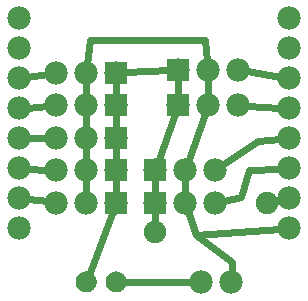
<source format=gbl>
G04 MADE WITH FRITZING*
G04 WWW.FRITZING.ORG*
G04 DOUBLE SIDED*
G04 HOLES PLATED*
G04 CONTOUR ON CENTER OF CONTOUR VECTOR*
%ASAXBY*%
%FSLAX23Y23*%
%MOIN*%
%OFA0B0*%
%SFA1.0B1.0*%
%ADD10C,0.077778*%
%ADD11C,0.078000*%
%ADD12C,0.070000*%
%ADD13C,0.075000*%
%ADD14R,0.078000X0.078000*%
%ADD15C,0.024000*%
%ADD16R,0.001000X0.001000*%
%LNCOPPER0*%
G90*
G70*
G54D10*
X55Y1070D03*
X55Y970D03*
X55Y870D03*
X55Y770D03*
X55Y670D03*
X55Y570D03*
X55Y470D03*
X55Y370D03*
X955Y370D03*
X955Y470D03*
X955Y570D03*
X955Y670D03*
X955Y770D03*
X955Y870D03*
X955Y970D03*
X955Y1070D03*
G54D11*
X379Y673D03*
X279Y673D03*
X179Y673D03*
X379Y565D03*
X279Y565D03*
X179Y565D03*
X507Y456D03*
X607Y456D03*
X707Y456D03*
X379Y889D03*
X279Y889D03*
X179Y889D03*
X379Y781D03*
X279Y781D03*
X179Y781D03*
X586Y781D03*
X686Y781D03*
X786Y781D03*
X586Y899D03*
X686Y899D03*
X786Y899D03*
X507Y565D03*
X607Y565D03*
X707Y565D03*
X379Y456D03*
X279Y456D03*
X179Y456D03*
G54D12*
X379Y191D03*
X279Y191D03*
G54D11*
X763Y191D03*
X663Y191D03*
G54D13*
X507Y358D03*
X881Y456D03*
G54D14*
X379Y673D03*
X379Y565D03*
X507Y456D03*
X379Y889D03*
X379Y781D03*
X586Y781D03*
X586Y899D03*
X507Y565D03*
X379Y456D03*
G54D15*
X645Y349D02*
X764Y259D01*
D02*
X764Y259D02*
X764Y221D01*
D02*
X926Y368D02*
X645Y349D01*
D02*
X645Y349D02*
X617Y428D01*
D02*
X607Y486D02*
X607Y535D01*
D02*
X618Y593D02*
X676Y753D01*
D02*
X686Y811D02*
X686Y869D01*
D02*
X150Y885D02*
X83Y874D01*
D02*
X149Y778D02*
X84Y772D01*
D02*
X149Y672D02*
X84Y671D01*
D02*
X149Y566D02*
X84Y569D01*
D02*
X150Y460D02*
X84Y467D01*
D02*
X279Y811D02*
X279Y859D01*
D02*
X279Y751D02*
X279Y703D01*
D02*
X279Y643D02*
X279Y595D01*
D02*
X279Y535D02*
X279Y486D01*
D02*
X674Y998D02*
X683Y929D01*
D02*
X292Y998D02*
X674Y998D01*
D02*
X283Y919D02*
X292Y998D01*
D02*
X816Y894D02*
X926Y875D01*
D02*
X816Y779D02*
X926Y772D01*
D02*
X852Y663D02*
X732Y582D01*
D02*
X926Y668D02*
X852Y663D01*
D02*
X794Y476D02*
X737Y463D01*
D02*
X823Y564D02*
X794Y476D01*
D02*
X926Y568D02*
X823Y564D01*
D02*
X633Y191D02*
X406Y191D01*
D02*
X369Y428D02*
X289Y215D01*
D02*
X379Y486D02*
X379Y535D01*
D02*
X379Y595D02*
X379Y643D01*
D02*
X379Y703D02*
X379Y751D01*
D02*
X379Y811D02*
X379Y859D01*
D02*
X586Y811D02*
X586Y869D01*
D02*
X507Y486D02*
X507Y535D01*
D02*
X556Y898D02*
X410Y891D01*
D02*
X518Y593D02*
X576Y753D01*
D02*
X926Y465D02*
X910Y462D01*
D02*
X507Y426D02*
X507Y387D01*
G54D16*
X277Y226D02*
X281Y226D01*
X377Y226D02*
X381Y226D01*
X271Y225D02*
X287Y225D01*
X371Y225D02*
X386Y225D01*
X268Y224D02*
X290Y224D01*
X368Y224D02*
X390Y224D01*
X265Y223D02*
X292Y223D01*
X365Y223D02*
X392Y223D01*
X263Y222D02*
X294Y222D01*
X363Y222D02*
X394Y222D01*
X261Y221D02*
X296Y221D01*
X361Y221D02*
X396Y221D01*
X260Y220D02*
X298Y220D01*
X360Y220D02*
X398Y220D01*
X258Y219D02*
X299Y219D01*
X358Y219D02*
X399Y219D01*
X257Y218D02*
X301Y218D01*
X357Y218D02*
X401Y218D01*
X256Y217D02*
X302Y217D01*
X356Y217D02*
X402Y217D01*
X255Y216D02*
X303Y216D01*
X355Y216D02*
X403Y216D01*
X254Y215D02*
X304Y215D01*
X354Y215D02*
X404Y215D01*
X253Y214D02*
X305Y214D01*
X353Y214D02*
X405Y214D01*
X252Y213D02*
X306Y213D01*
X352Y213D02*
X406Y213D01*
X251Y212D02*
X306Y212D01*
X351Y212D02*
X406Y212D01*
X251Y211D02*
X307Y211D01*
X351Y211D02*
X407Y211D01*
X250Y210D02*
X308Y210D01*
X350Y210D02*
X408Y210D01*
X250Y209D02*
X308Y209D01*
X349Y209D02*
X408Y209D01*
X249Y208D02*
X309Y208D01*
X349Y208D02*
X409Y208D01*
X248Y207D02*
X309Y207D01*
X348Y207D02*
X409Y207D01*
X248Y206D02*
X277Y206D01*
X281Y206D02*
X310Y206D01*
X348Y206D02*
X377Y206D01*
X381Y206D02*
X410Y206D01*
X247Y205D02*
X272Y205D01*
X285Y205D02*
X310Y205D01*
X347Y205D02*
X372Y205D01*
X385Y205D02*
X410Y205D01*
X247Y204D02*
X271Y204D01*
X287Y204D02*
X311Y204D01*
X347Y204D02*
X370Y204D01*
X387Y204D02*
X411Y204D01*
X247Y203D02*
X269Y203D01*
X289Y203D02*
X311Y203D01*
X347Y203D02*
X369Y203D01*
X388Y203D02*
X411Y203D01*
X246Y202D02*
X268Y202D01*
X290Y202D02*
X311Y202D01*
X346Y202D02*
X368Y202D01*
X390Y202D02*
X411Y202D01*
X246Y201D02*
X267Y201D01*
X291Y201D02*
X312Y201D01*
X346Y201D02*
X367Y201D01*
X391Y201D02*
X412Y201D01*
X246Y200D02*
X266Y200D01*
X291Y200D02*
X312Y200D01*
X346Y200D02*
X366Y200D01*
X391Y200D02*
X412Y200D01*
X245Y199D02*
X266Y199D01*
X292Y199D02*
X312Y199D01*
X345Y199D02*
X365Y199D01*
X392Y199D02*
X412Y199D01*
X245Y198D02*
X265Y198D01*
X293Y198D02*
X313Y198D01*
X345Y198D02*
X365Y198D01*
X393Y198D02*
X413Y198D01*
X245Y197D02*
X264Y197D01*
X293Y197D02*
X313Y197D01*
X345Y197D02*
X364Y197D01*
X393Y197D02*
X413Y197D01*
X245Y196D02*
X264Y196D01*
X294Y196D02*
X313Y196D01*
X345Y196D02*
X364Y196D01*
X394Y196D02*
X413Y196D01*
X245Y195D02*
X264Y195D01*
X294Y195D02*
X313Y195D01*
X345Y195D02*
X364Y195D01*
X394Y195D02*
X413Y195D01*
X245Y194D02*
X264Y194D01*
X294Y194D02*
X313Y194D01*
X345Y194D02*
X364Y194D01*
X394Y194D02*
X413Y194D01*
X244Y193D02*
X264Y193D01*
X294Y193D02*
X313Y193D01*
X344Y193D02*
X363Y193D01*
X394Y193D02*
X413Y193D01*
X244Y192D02*
X263Y192D01*
X294Y192D02*
X313Y192D01*
X344Y192D02*
X363Y192D01*
X394Y192D02*
X413Y192D01*
X244Y191D02*
X263Y191D01*
X294Y191D02*
X313Y191D01*
X344Y191D02*
X363Y191D01*
X394Y191D02*
X413Y191D01*
X244Y190D02*
X263Y190D01*
X294Y190D02*
X313Y190D01*
X344Y190D02*
X363Y190D01*
X394Y190D02*
X413Y190D01*
X245Y189D02*
X264Y189D01*
X294Y189D02*
X313Y189D01*
X344Y189D02*
X363Y189D01*
X394Y189D02*
X413Y189D01*
X245Y188D02*
X264Y188D01*
X294Y188D02*
X313Y188D01*
X345Y188D02*
X364Y188D01*
X394Y188D02*
X413Y188D01*
X245Y187D02*
X264Y187D01*
X294Y187D02*
X313Y187D01*
X345Y187D02*
X364Y187D01*
X394Y187D02*
X413Y187D01*
X245Y186D02*
X264Y186D01*
X294Y186D02*
X313Y186D01*
X345Y186D02*
X364Y186D01*
X394Y186D02*
X413Y186D01*
X245Y185D02*
X265Y185D01*
X293Y185D02*
X313Y185D01*
X345Y185D02*
X364Y185D01*
X393Y185D02*
X413Y185D01*
X245Y184D02*
X265Y184D01*
X293Y184D02*
X313Y184D01*
X345Y184D02*
X365Y184D01*
X393Y184D02*
X412Y184D01*
X246Y183D02*
X266Y183D01*
X292Y183D02*
X312Y183D01*
X345Y183D02*
X366Y183D01*
X392Y183D02*
X412Y183D01*
X246Y182D02*
X266Y182D01*
X291Y182D02*
X312Y182D01*
X346Y182D02*
X366Y182D01*
X391Y182D02*
X412Y182D01*
X246Y181D02*
X267Y181D01*
X290Y181D02*
X312Y181D01*
X346Y181D02*
X367Y181D01*
X390Y181D02*
X412Y181D01*
X246Y180D02*
X268Y180D01*
X289Y180D02*
X311Y180D01*
X346Y180D02*
X368Y180D01*
X389Y180D02*
X411Y180D01*
X247Y179D02*
X270Y179D01*
X288Y179D02*
X311Y179D01*
X347Y179D02*
X369Y179D01*
X388Y179D02*
X411Y179D01*
X247Y178D02*
X271Y178D01*
X287Y178D02*
X311Y178D01*
X347Y178D02*
X371Y178D01*
X387Y178D02*
X411Y178D01*
X248Y177D02*
X273Y177D01*
X285Y177D02*
X310Y177D01*
X348Y177D02*
X373Y177D01*
X385Y177D02*
X410Y177D01*
X248Y176D02*
X310Y176D01*
X348Y176D02*
X410Y176D01*
X249Y175D02*
X309Y175D01*
X348Y175D02*
X409Y175D01*
X249Y174D02*
X309Y174D01*
X349Y174D02*
X409Y174D01*
X250Y173D02*
X308Y173D01*
X350Y173D02*
X408Y173D01*
X250Y172D02*
X308Y172D01*
X350Y172D02*
X407Y172D01*
X251Y171D02*
X307Y171D01*
X351Y171D02*
X407Y171D01*
X252Y170D02*
X306Y170D01*
X352Y170D02*
X406Y170D01*
X252Y169D02*
X305Y169D01*
X352Y169D02*
X405Y169D01*
X253Y168D02*
X305Y168D01*
X353Y168D02*
X405Y168D01*
X254Y167D02*
X304Y167D01*
X354Y167D02*
X404Y167D01*
X255Y166D02*
X303Y166D01*
X355Y166D02*
X403Y166D01*
X256Y165D02*
X302Y165D01*
X356Y165D02*
X402Y165D01*
X257Y164D02*
X300Y164D01*
X357Y164D02*
X400Y164D01*
X259Y163D02*
X299Y163D01*
X359Y163D02*
X399Y163D01*
X260Y162D02*
X298Y162D01*
X360Y162D02*
X397Y162D01*
X262Y161D02*
X296Y161D01*
X362Y161D02*
X396Y161D01*
X264Y160D02*
X294Y160D01*
X364Y160D02*
X394Y160D01*
X266Y159D02*
X292Y159D01*
X366Y159D02*
X392Y159D01*
X269Y158D02*
X289Y158D01*
X369Y158D02*
X389Y158D01*
X272Y157D02*
X286Y157D01*
X372Y157D02*
X386Y157D01*
D02*
G04 End of Copper0*
M02*
</source>
